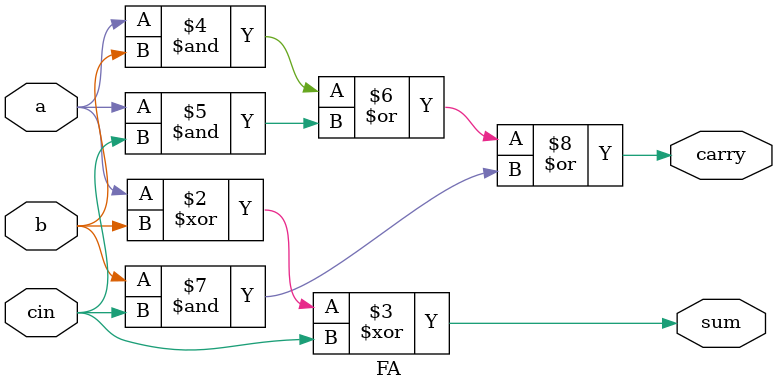
<source format=v>
module FA(input a,b,cin,output reg sum,carry);
always@(*)
begin
sum=(a^b^cin);
carry=((a&b)|(a&cin)|(b&cin));
end
endmodule

</source>
